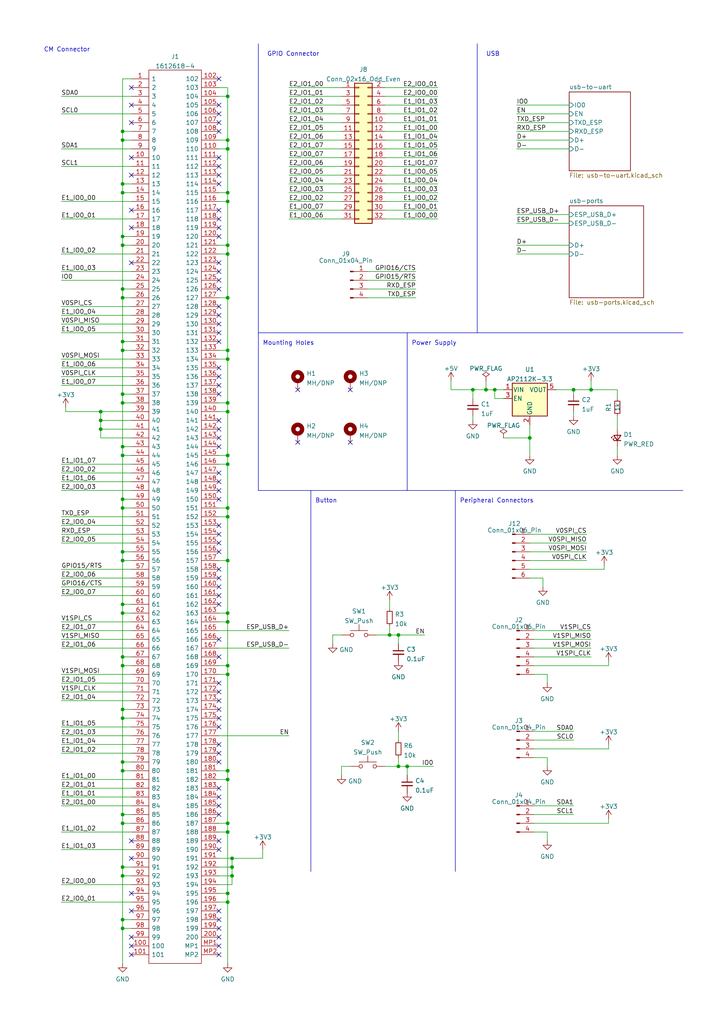
<source format=kicad_sch>
(kicad_sch (version 20230121) (generator eeschema)
  (paper "A4" portrait)
  (title_block (title "ESP-CM3-Programmer") (date "2024-03-21") (rev "REV.02") (company "OPEN THINGS") (comment 1 "Mirko Häberlin"))
  (junction (at 35.56 83.82))
  (junction (at 66.04 241.3))
  (junction (at 66.04 104.14))
  (junction (at 66.04 177.8))
  (junction (at 66.04 195.58))
  (junction (at 35.56 223.52))
  (junction (at 35.56 116.84))
  (junction (at 35.56 193.04))
  (junction (at 66.04 55.88))
  (junction (at 66.04 147.32))
  (junction (at 35.56 86.36))
  (junction (at 66.04 43.18))
  (junction (at 35.56 238.76))
  (junction (at 113.03 184.15))
  (junction (at 67.31 248.92))
  (junction (at 166.37 113.03))
  (junction (at 67.31 251.46))
  (junction (at 115.57 222.25))
  (junction (at 35.56 71.12))
  (junction (at 35.56 99.06))
  (junction (at 35.56 162.56))
  (junction (at 66.04 238.76))
  (junction (at 66.04 226.06))
  (junction (at 66.04 132.08))
  (junction (at 66.04 58.42))
  (junction (at 35.56 147.32))
  (junction (at 66.04 193.04))
  (junction (at 140.97 113.03))
  (junction (at 66.04 116.84))
  (junction (at 35.56 236.22))
  (junction (at 35.56 254))
  (junction (at 29.21 121.92))
  (junction (at 66.04 261.62))
  (junction (at 66.04 162.56))
  (junction (at 35.56 129.54))
  (junction (at 35.56 55.88))
  (junction (at 35.56 40.64))
  (junction (at 35.56 177.8))
  (junction (at 66.04 180.34))
  (junction (at 66.04 134.62))
  (junction (at 35.56 68.58))
  (junction (at 66.04 119.38))
  (junction (at 66.04 27.94))
  (junction (at 66.04 86.36))
  (junction (at 153.67 127))
  (junction (at 35.56 160.02))
  (junction (at 66.04 259.08))
  (junction (at 66.04 71.12))
  (junction (at 66.04 149.86))
  (junction (at 35.56 205.74))
  (junction (at 35.56 144.78))
  (junction (at 35.56 38.1))
  (junction (at 29.21 124.46))
  (junction (at 35.56 266.7))
  (junction (at 143.51 113.03))
  (junction (at 35.56 251.46))
  (junction (at 35.56 53.34))
  (junction (at 171.45 113.03))
  (junction (at 35.56 208.28))
  (junction (at 66.04 101.6))
  (junction (at 35.56 175.26))
  (junction (at 66.04 40.64))
  (junction (at 35.56 101.6))
  (junction (at 115.57 184.15))
  (junction (at 35.56 114.3))
  (junction (at 118.11 222.25))
  (junction (at 35.56 190.5))
  (junction (at 137.16 113.03))
  (junction (at 66.04 223.52))
  (junction (at 35.56 269.24))
  (junction (at 67.31 254))
  (junction (at 66.04 73.66))
  (junction (at 35.56 220.98))
  (junction (at 35.56 132.08))
  (junction (at 29.21 119.38))
  (no_connect (at 101.6 128.27))
  (no_connect (at 63.5 246.38))
  (no_connect (at 63.5 243.84))
  (no_connect (at 38.1 248.92))
  (no_connect (at 38.1 243.84))
  (no_connect (at 63.5 236.22))
  (no_connect (at 63.5 233.68))
  (no_connect (at 63.5 231.14))
  (no_connect (at 63.5 228.6))
  (no_connect (at 63.5 276.86))
  (no_connect (at 63.5 274.32))
  (no_connect (at 63.5 220.98))
  (no_connect (at 63.5 218.44))
  (no_connect (at 101.6 113.03))
  (no_connect (at 63.5 205.74))
  (no_connect (at 63.5 203.2))
  (no_connect (at 63.5 200.66))
  (no_connect (at 63.5 198.12))
  (no_connect (at 63.5 190.5))
  (no_connect (at 63.5 185.42))
  (no_connect (at 63.5 81.28))
  (no_connect (at 63.5 78.74))
  (no_connect (at 63.5 76.2))
  (no_connect (at 63.5 129.54))
  (no_connect (at 63.5 127))
  (no_connect (at 63.5 124.46))
  (no_connect (at 63.5 121.92))
  (no_connect (at 63.5 144.78))
  (no_connect (at 63.5 142.24))
  (no_connect (at 63.5 139.7))
  (no_connect (at 63.5 137.16))
  (no_connect (at 63.5 99.06))
  (no_connect (at 63.5 114.3))
  (no_connect (at 63.5 111.76))
  (no_connect (at 63.5 109.22))
  (no_connect (at 63.5 106.68))
  (no_connect (at 63.5 96.52))
  (no_connect (at 63.5 93.98))
  (no_connect (at 63.5 91.44))
  (no_connect (at 63.5 88.9))
  (no_connect (at 63.5 53.34))
  (no_connect (at 63.5 50.8))
  (no_connect (at 63.5 48.26))
  (no_connect (at 63.5 45.72))
  (no_connect (at 38.1 66.04))
  (no_connect (at 38.1 60.96))
  (no_connect (at 38.1 50.8))
  (no_connect (at 38.1 45.72))
  (no_connect (at 38.1 35.56))
  (no_connect (at 38.1 30.48))
  (no_connect (at 38.1 25.4))
  (no_connect (at 63.5 83.82))
  (no_connect (at 63.5 68.58))
  (no_connect (at 63.5 66.04))
  (no_connect (at 63.5 63.5))
  (no_connect (at 63.5 60.96))
  (no_connect (at 63.5 22.86))
  (no_connect (at 63.5 30.48))
  (no_connect (at 63.5 33.02))
  (no_connect (at 63.5 35.56))
  (no_connect (at 63.5 38.1))
  (no_connect (at 63.5 160.02))
  (no_connect (at 63.5 157.48))
  (no_connect (at 63.5 152.4))
  (no_connect (at 63.5 154.94))
  (no_connect (at 63.5 175.26))
  (no_connect (at 63.5 172.72))
  (no_connect (at 63.5 170.18))
  (no_connect (at 63.5 167.64))
  (no_connect (at 63.5 165.1))
  (no_connect (at 63.5 208.28))
  (no_connect (at 63.5 215.9))
  (no_connect (at 63.5 210.82))
  (no_connect (at 38.1 76.2))
  (no_connect (at 86.36 128.27))
  (no_connect (at 86.36 113.03))
  (no_connect (at 38.1 264.16))
  (no_connect (at 38.1 259.08))
  (no_connect (at 38.1 276.86))
  (no_connect (at 38.1 274.32))
  (no_connect (at 38.1 271.78))
  (no_connect (at 63.5 264.16))
  (no_connect (at 63.5 271.78))
  (no_connect (at 63.5 269.24))
  (no_connect (at 63.5 266.7))
  (wire (pts (xy 63.5 241.3) (xy 66.04 241.3)))
  (wire (pts (xy 63.5 251.46) (xy 67.31 251.46)))
  (wire (pts (xy 29.21 121.92) (xy 29.21 119.38)))
  (wire (pts (xy 99.06 27.94) (xy 83.82 27.94)))
  (wire (pts (xy 35.56 71.12) (xy 38.1 71.12)))
  (wire (pts (xy 66.04 147.32) (xy 66.04 134.62)))
  (wire (pts (xy 127 25.4) (xy 111.76 25.4)))
  (wire (pts (xy 63.5 119.38) (xy 66.04 119.38)))
  (wire (pts (xy 66.04 104.14) (xy 66.04 101.6)))
  (wire (pts (xy 99.06 55.88) (xy 83.82 55.88)))
  (wire (pts (xy 149.86 38.1) (xy 165.1 38.1)))
  (wire (pts (xy 166.37 119.38) (xy 166.37 120.65)))
  (wire (pts (xy 17.78 198.12) (xy 38.1 198.12)))
  (wire (pts (xy 66.04 134.62) (xy 66.04 132.08)))
  (wire (pts (xy 63.5 180.34) (xy 66.04 180.34)))
  (wire (pts (xy 38.1 101.6) (xy 35.56 101.6)))
  (wire (pts (xy 35.56 251.46) (xy 35.56 254)))
  (wire (pts (xy 99.06 30.48) (xy 83.82 30.48)))
  (wire (pts (xy 96.52 184.15) (xy 96.52 186.69)))
  (wire (pts (xy 17.78 167.64) (xy 38.1 167.64)))
  (wire (pts (xy 35.56 53.34) (xy 38.1 53.34)))
  (wire (pts (xy 66.04 27.94) (xy 66.04 25.4)))
  (wire (pts (xy 63.5 193.04) (xy 66.04 193.04)))
  (wire (pts (xy 17.78 152.4) (xy 38.1 152.4)))
  (wire (pts (xy 153.67 127) (xy 153.67 132.08)))
  (wire (pts (xy 35.56 55.88) (xy 35.56 53.34)))
  (wire (pts (xy 99.06 53.34) (xy 83.82 53.34)))
  (wire (pts (xy 63.5 195.58) (xy 66.04 195.58)))
  (wire (pts (xy 66.04 101.6) (xy 66.04 86.36)))
  (wire (pts (xy 35.56 160.02) (xy 38.1 160.02)))
  (wire (pts (xy 17.78 157.48) (xy 38.1 157.48)))
  (wire (pts (xy 17.78 213.36) (xy 38.1 213.36)))
  (wire (pts (xy 140.97 113.03) (xy 143.51 113.03)))
  (wire (pts (xy 17.78 180.34) (xy 38.1 180.34)))
  (wire (pts (xy 66.04 226.06) (xy 66.04 223.52)))
  (polyline (pts (xy 90.17 96.52) (xy 118.11 96.52)))
  (wire (pts (xy 17.78 33.02) (xy 38.1 33.02)))
  (wire (pts (xy 149.86 62.23) (xy 165.1 62.23)))
  (wire (pts (xy 29.21 121.92) (xy 38.1 121.92)))
  (wire (pts (xy 66.04 241.3) (xy 66.04 238.76)))
  (wire (pts (xy 115.57 184.15) (xy 123.19 184.15)))
  (wire (pts (xy 35.56 147.32) (xy 38.1 147.32)))
  (wire (pts (xy 149.86 40.64) (xy 165.1 40.64)))
  (wire (pts (xy 99.06 25.4) (xy 83.82 25.4)))
  (polyline (pts (xy 74.93 142.24) (xy 90.17 142.24)))
  (wire (pts (xy 63.5 43.18) (xy 66.04 43.18)))
  (wire (pts (xy 153.67 154.94) (xy 170.18 154.94)))
  (wire (pts (xy 17.78 228.6) (xy 38.1 228.6)))
  (wire (pts (xy 161.29 113.03) (xy 166.37 113.03)))
  (wire (pts (xy 17.78 241.3) (xy 38.1 241.3)))
  (wire (pts (xy 66.04 259.08) (xy 66.04 241.3)))
  (wire (pts (xy 35.56 220.98) (xy 38.1 220.98)))
  (wire (pts (xy 66.04 162.56) (xy 66.04 149.86)))
  (wire (pts (xy 154.94 185.42) (xy 171.45 185.42)))
  (wire (pts (xy 149.86 35.56) (xy 165.1 35.56)))
  (wire (pts (xy 17.78 73.66) (xy 38.1 73.66)))
  (wire (pts (xy 137.16 113.03) (xy 140.97 113.03)))
  (wire (pts (xy 35.56 193.04) (xy 35.56 205.74)))
  (wire (pts (xy 66.04 279.4) (xy 66.04 261.62)))
  (wire (pts (xy 99.06 40.64) (xy 83.82 40.64)))
  (wire (pts (xy 17.78 187.96) (xy 38.1 187.96)))
  (wire (pts (xy 99.06 222.25) (xy 99.06 224.79)))
  (wire (pts (xy 63.5 226.06) (xy 66.04 226.06)))
  (wire (pts (xy 17.78 134.62) (xy 38.1 134.62)))
  (polyline (pts (xy 138.43 12.7) (xy 138.43 96.52)))
  (wire (pts (xy 63.5 58.42) (xy 66.04 58.42)))
  (wire (pts (xy 63.5 259.08) (xy 66.04 259.08)))
  (wire (pts (xy 35.56 40.64) (xy 35.56 38.1)))
  (wire (pts (xy 154.94 233.68) (xy 166.37 233.68)))
  (wire (pts (xy 149.86 71.12) (xy 165.1 71.12)))
  (wire (pts (xy 146.05 115.57) (xy 143.51 115.57)))
  (wire (pts (xy 35.56 266.7) (xy 38.1 266.7)))
  (wire (pts (xy 17.78 104.14) (xy 38.1 104.14)))
  (wire (pts (xy 157.48 170.18) (xy 157.48 167.64)))
  (wire (pts (xy 149.86 30.48) (xy 165.1 30.48)))
  (wire (pts (xy 29.21 127) (xy 29.21 124.46)))
  (wire (pts (xy 176.53 215.9) (xy 176.53 217.17)))
  (wire (pts (xy 17.78 93.98) (xy 38.1 93.98)))
  (wire (pts (xy 63.5 147.32) (xy 66.04 147.32)))
  (wire (pts (xy 17.78 182.88) (xy 38.1 182.88)))
  (wire (pts (xy 99.06 60.96) (xy 83.82 60.96)))
  (wire (pts (xy 66.04 149.86) (xy 66.04 147.32)))
  (wire (pts (xy 35.56 220.98) (xy 35.56 223.52)))
  (wire (pts (xy 115.57 212.09) (xy 115.57 214.63)))
  (wire (pts (xy 158.75 219.71) (xy 154.94 219.71)))
  (wire (pts (xy 35.56 223.52) (xy 35.56 236.22)))
  (wire (pts (xy 63.5 256.54) (xy 67.31 256.54)))
  (wire (pts (xy 130.81 113.03) (xy 137.16 113.03)))
  (wire (pts (xy 99.06 45.72) (xy 83.82 45.72)))
  (wire (pts (xy 67.31 248.92) (xy 76.2 248.92)))
  (wire (pts (xy 17.78 200.66) (xy 38.1 200.66)))
  (wire (pts (xy 63.5 104.14) (xy 66.04 104.14)))
  (wire (pts (xy 17.78 154.94) (xy 38.1 154.94)))
  (wire (pts (xy 17.78 256.54) (xy 38.1 256.54)))
  (wire (pts (xy 154.94 236.22) (xy 166.37 236.22)))
  (polyline (pts (xy 74.93 96.52) (xy 90.17 96.52)))
  (polyline (pts (xy 198.12 96.52) (xy 118.11 96.52)))
  (wire (pts (xy 99.06 48.26) (xy 83.82 48.26)))
  (wire (pts (xy 35.56 83.82) (xy 35.56 71.12)))
  (wire (pts (xy 17.78 149.86) (xy 38.1 149.86)))
  (wire (pts (xy 158.75 198.12) (xy 158.75 195.58)))
  (wire (pts (xy 113.03 184.15) (xy 115.57 184.15)))
  (wire (pts (xy 66.04 55.88) (xy 66.04 43.18)))
  (wire (pts (xy 17.78 81.28) (xy 38.1 81.28)))
  (wire (pts (xy 140.97 110.49) (xy 140.97 113.03)))
  (wire (pts (xy 118.11 222.25) (xy 125.73 222.25)))
  (wire (pts (xy 63.5 182.88) (xy 83.82 182.88)))
  (wire (pts (xy 171.45 113.03) (xy 166.37 113.03)))
  (wire (pts (xy 67.31 256.54) (xy 67.31 254)))
  (wire (pts (xy 99.06 58.42) (xy 83.82 58.42)))
  (wire (pts (xy 35.56 208.28) (xy 35.56 220.98)))
  (wire (pts (xy 35.56 86.36) (xy 35.56 83.82)))
  (wire (pts (xy 29.21 124.46) (xy 38.1 124.46)))
  (polyline (pts (xy 90.17 142.24) (xy 118.11 142.24)))
  (wire (pts (xy 157.48 167.64) (xy 153.67 167.64)))
  (wire (pts (xy 17.78 210.82) (xy 38.1 210.82)))
  (wire (pts (xy 113.03 173.99) (xy 113.03 176.53)))
  (wire (pts (xy 17.78 195.58) (xy 38.1 195.58)))
  (wire (pts (xy 66.04 261.62) (xy 66.04 259.08)))
  (wire (pts (xy 17.78 170.18) (xy 38.1 170.18)))
  (polyline (pts (xy 74.93 142.24) (xy 74.93 96.52)))
  (wire (pts (xy 63.5 223.52) (xy 66.04 223.52)))
  (wire (pts (xy 149.86 33.02) (xy 165.1 33.02)))
  (wire (pts (xy 63.5 116.84) (xy 66.04 116.84)))
  (wire (pts (xy 66.04 116.84) (xy 66.04 104.14)))
  (wire (pts (xy 35.56 175.26) (xy 35.56 177.8)))
  (wire (pts (xy 35.56 86.36) (xy 38.1 86.36)))
  (wire (pts (xy 17.78 91.44) (xy 38.1 91.44)))
  (wire (pts (xy 158.75 195.58) (xy 154.94 195.58)))
  (wire (pts (xy 137.16 120.65) (xy 137.16 121.92)))
  (wire (pts (xy 17.78 218.44) (xy 38.1 218.44)))
  (wire (pts (xy 127 33.02) (xy 111.76 33.02)))
  (wire (pts (xy 66.04 40.64) (xy 66.04 27.94)))
  (wire (pts (xy 35.56 114.3) (xy 35.56 116.84)))
  (wire (pts (xy 17.78 27.94) (xy 38.1 27.94)))
  (wire (pts (xy 35.56 116.84) (xy 38.1 116.84)))
  (wire (pts (xy 35.56 177.8) (xy 38.1 177.8)))
  (wire (pts (xy 63.5 254) (xy 67.31 254)))
  (wire (pts (xy 17.78 96.52) (xy 38.1 96.52)))
  (wire (pts (xy 63.5 25.4) (xy 66.04 25.4)))
  (wire (pts (xy 66.04 177.8) (xy 66.04 162.56)))
  (wire (pts (xy 176.53 237.49) (xy 176.53 238.76)))
  (wire (pts (xy 35.56 144.78) (xy 38.1 144.78)))
  (wire (pts (xy 106.68 81.28) (xy 120.65 81.28)))
  (wire (pts (xy 176.53 191.77) (xy 176.53 193.04)))
  (wire (pts (xy 35.56 132.08) (xy 35.56 144.78)))
  (wire (pts (xy 63.5 73.66) (xy 66.04 73.66)))
  (wire (pts (xy 63.5 71.12) (xy 66.04 71.12)))
  (wire (pts (xy 115.57 222.25) (xy 118.11 222.25)))
  (wire (pts (xy 29.21 124.46) (xy 29.21 121.92)))
  (wire (pts (xy 137.16 113.03) (xy 137.16 115.57)))
  (wire (pts (xy 35.56 238.76) (xy 35.56 251.46)))
  (wire (pts (xy 115.57 184.15) (xy 115.57 186.69)))
  (wire (pts (xy 17.78 111.76) (xy 38.1 111.76)))
  (wire (pts (xy 35.56 236.22) (xy 38.1 236.22)))
  (wire (pts (xy 63.5 149.86) (xy 66.04 149.86)))
  (wire (pts (xy 17.78 142.24) (xy 38.1 142.24)))
  (wire (pts (xy 99.06 63.5) (xy 83.82 63.5)))
  (wire (pts (xy 63.5 86.36) (xy 66.04 86.36)))
  (wire (pts (xy 17.78 109.22) (xy 38.1 109.22)))
  (wire (pts (xy 149.86 73.66) (xy 165.1 73.66)))
  (wire (pts (xy 179.07 113.03) (xy 179.07 115.57)))
  (wire (pts (xy 66.04 86.36) (xy 66.04 73.66)))
  (wire (pts (xy 127 50.8) (xy 111.76 50.8)))
  (wire (pts (xy 17.78 58.42) (xy 38.1 58.42)))
  (polyline (pts (xy 74.93 12.7) (xy 74.93 96.52)))
  (wire (pts (xy 35.56 129.54) (xy 35.56 132.08)))
  (wire (pts (xy 67.31 251.46) (xy 67.31 248.92)))
  (wire (pts (xy 35.56 177.8) (xy 35.56 190.5)))
  (wire (pts (xy 127 40.64) (xy 111.76 40.64)))
  (wire (pts (xy 176.53 193.04) (xy 154.94 193.04)))
  (wire (pts (xy 35.56 99.06) (xy 35.56 86.36)))
  (wire (pts (xy 66.04 180.34) (xy 66.04 177.8)))
  (wire (pts (xy 17.78 226.06) (xy 38.1 226.06)))
  (wire (pts (xy 153.67 160.02) (xy 170.18 160.02)))
  (wire (pts (xy 35.56 99.06) (xy 38.1 99.06)))
  (wire (pts (xy 149.86 64.77) (xy 165.1 64.77)))
  (wire (pts (xy 35.56 40.64) (xy 38.1 40.64)))
  (wire (pts (xy 66.04 58.42) (xy 66.04 55.88)))
  (wire (pts (xy 127 53.34) (xy 111.76 53.34)))
  (wire (pts (xy 171.45 113.03) (xy 179.07 113.03)))
  (wire (pts (xy 29.21 119.38) (xy 19.05 119.38)))
  (wire (pts (xy 17.78 215.9) (xy 38.1 215.9)))
  (wire (pts (xy 17.78 172.72) (xy 38.1 172.72)))
  (wire (pts (xy 149.86 43.18) (xy 165.1 43.18)))
  (wire (pts (xy 127 60.96) (xy 111.76 60.96)))
  (wire (pts (xy 35.56 147.32) (xy 35.56 160.02)))
  (wire (pts (xy 153.67 157.48) (xy 170.18 157.48)))
  (wire (pts (xy 63.5 177.8) (xy 66.04 177.8)))
  (wire (pts (xy 99.06 35.56) (xy 83.82 35.56)))
  (wire (pts (xy 66.04 119.38) (xy 66.04 116.84)))
  (wire (pts (xy 127 55.88) (xy 111.76 55.88)))
  (wire (pts (xy 17.78 185.42) (xy 38.1 185.42)))
  (wire (pts (xy 111.76 222.25) (xy 115.57 222.25)))
  (wire (pts (xy 154.94 182.88) (xy 171.45 182.88)))
  (wire (pts (xy 101.6 222.25) (xy 99.06 222.25)))
  (wire (pts (xy 35.56 162.56) (xy 38.1 162.56)))
  (wire (pts (xy 35.56 205.74) (xy 35.56 208.28)))
  (polyline (pts (xy 132.08 142.24) (xy 132.08 252.73)))
  (wire (pts (xy 158.75 222.25) (xy 158.75 219.71)))
  (wire (pts (xy 35.56 205.74) (xy 38.1 205.74)))
  (wire (pts (xy 35.56 68.58) (xy 38.1 68.58)))
  (wire (pts (xy 17.78 88.9) (xy 38.1 88.9)))
  (wire (pts (xy 35.56 238.76) (xy 38.1 238.76)))
  (wire (pts (xy 35.56 223.52) (xy 38.1 223.52)))
  (wire (pts (xy 66.04 43.18) (xy 66.04 40.64)))
  (wire (pts (xy 17.78 78.74) (xy 38.1 78.74)))
  (wire (pts (xy 63.5 187.96) (xy 83.82 187.96)))
  (wire (pts (xy 176.53 217.17) (xy 154.94 217.17)))
  (wire (pts (xy 63.5 55.88) (xy 66.04 55.88)))
  (wire (pts (xy 35.56 269.24) (xy 35.56 279.4)))
  (wire (pts (xy 35.56 101.6) (xy 35.56 114.3)))
  (wire (pts (xy 35.56 175.26) (xy 38.1 175.26)))
  (wire (pts (xy 29.21 119.38) (xy 38.1 119.38)))
  (wire (pts (xy 35.56 254) (xy 38.1 254)))
  (wire (pts (xy 63.5 132.08) (xy 66.04 132.08)))
  (wire (pts (xy 63.5 213.36) (xy 83.82 213.36)))
  (wire (pts (xy 127 63.5) (xy 111.76 63.5)))
  (wire (pts (xy 35.56 132.08) (xy 38.1 132.08)))
  (wire (pts (xy 29.21 127) (xy 38.1 127)))
  (wire (pts (xy 35.56 193.04) (xy 38.1 193.04)))
  (wire (pts (xy 175.26 165.1) (xy 153.67 165.1)))
  (wire (pts (xy 17.78 106.68) (xy 38.1 106.68)))
  (wire (pts (xy 17.78 48.26) (xy 38.1 48.26)))
  (wire (pts (xy 127 58.42) (xy 111.76 58.42)))
  (wire (pts (xy 63.5 261.62) (xy 66.04 261.62)))
  (wire (pts (xy 106.68 78.74) (xy 120.65 78.74)))
  (wire (pts (xy 35.56 99.06) (xy 35.56 101.6)))
  (wire (pts (xy 146.05 127) (xy 153.67 127)))
  (wire (pts (xy 35.56 190.5) (xy 38.1 190.5)))
  (wire (pts (xy 66.04 223.52) (xy 66.04 195.58)))
  (wire (pts (xy 127 30.48) (xy 111.76 30.48)))
  (wire (pts (xy 171.45 110.49) (xy 171.45 113.03)))
  (wire (pts (xy 106.68 86.36) (xy 120.65 86.36)))
  (wire (pts (xy 127 43.18) (xy 111.76 43.18)))
  (wire (pts (xy 17.78 165.1) (xy 38.1 165.1)))
  (wire (pts (xy 63.5 162.56) (xy 66.04 162.56)))
  (wire (pts (xy 76.2 248.92) (xy 76.2 246.38)))
  (wire (pts (xy 17.78 63.5) (xy 38.1 63.5)))
  (wire (pts (xy 35.56 208.28) (xy 38.1 208.28)))
  (wire (pts (xy 17.78 231.14) (xy 38.1 231.14)))
  (wire (pts (xy 99.06 33.02) (xy 83.82 33.02)))
  (wire (pts (xy 118.11 222.25) (xy 118.11 224.79)))
  (wire (pts (xy 35.56 144.78) (xy 35.56 147.32)))
  (wire (pts (xy 106.68 83.82) (xy 120.65 83.82)))
  (wire (pts (xy 143.51 113.03) (xy 146.05 113.03)))
  (wire (pts (xy 153.67 123.19) (xy 153.67 127)))
  (wire (pts (xy 35.56 160.02) (xy 35.56 162.56)))
  (wire (pts (xy 179.07 129.54) (xy 179.07 132.08)))
  (wire (pts (xy 35.56 68.58) (xy 35.56 55.88)))
  (wire (pts (xy 17.78 203.2) (xy 38.1 203.2)))
  (wire (pts (xy 63.5 27.94) (xy 66.04 27.94)))
  (wire (pts (xy 154.94 187.96) (xy 171.45 187.96)))
  (wire (pts (xy 35.56 162.56) (xy 35.56 175.26)))
  (wire (pts (xy 19.05 119.38) (xy 19.05 118.11)))
  (wire (pts (xy 176.53 238.76) (xy 154.94 238.76)))
  (wire (pts (xy 63.5 248.92) (xy 67.31 248.92)))
  (wire (pts (xy 99.06 43.18) (xy 83.82 43.18)))
  (wire (pts (xy 63.5 40.64) (xy 66.04 40.64)))
  (wire (pts (xy 99.06 38.1) (xy 83.82 38.1)))
  (wire (pts (xy 127 45.72) (xy 111.76 45.72)))
  (wire (pts (xy 166.37 113.03) (xy 166.37 114.3)))
  (wire (pts (xy 154.94 212.09) (xy 166.37 212.09)))
  (wire (pts (xy 35.56 83.82) (xy 38.1 83.82)))
  (wire (pts (xy 35.56 190.5) (xy 35.56 193.04)))
  (wire (pts (xy 35.56 251.46) (xy 38.1 251.46)))
  (wire (pts (xy 66.04 132.08) (xy 66.04 119.38)))
  (wire (pts (xy 127 38.1) (xy 111.76 38.1)))
  (wire (pts (xy 66.04 195.58) (xy 66.04 193.04)))
  (wire (pts (xy 127 48.26) (xy 111.76 48.26)))
  (wire (pts (xy 153.67 162.56) (xy 170.18 162.56)))
  (wire (pts (xy 17.78 139.7) (xy 38.1 139.7)))
  (wire (pts (xy 17.78 246.38) (xy 38.1 246.38)))
  (wire (pts (xy 179.07 120.65) (xy 179.07 124.46)))
  (wire (pts (xy 17.78 43.18) (xy 38.1 43.18)))
  (wire (pts (xy 17.78 137.16) (xy 38.1 137.16)))
  (wire (pts (xy 35.56 236.22) (xy 35.56 238.76)))
  (wire (pts (xy 17.78 261.62) (xy 38.1 261.62)))
  (wire (pts (xy 66.04 73.66) (xy 66.04 71.12)))
  (wire (pts (xy 127 27.94) (xy 111.76 27.94)))
  (wire (pts (xy 35.56 114.3) (xy 38.1 114.3)))
  (wire (pts (xy 35.56 71.12) (xy 35.56 68.58)))
  (wire (pts (xy 66.04 238.76) (xy 66.04 226.06)))
  (wire (pts (xy 35.56 22.86) (xy 38.1 22.86)))
  (wire (pts (xy 17.78 233.68) (xy 38.1 233.68)))
  (wire (pts (xy 35.56 254) (xy 35.56 266.7)))
  (wire (pts (xy 127 35.56) (xy 111.76 35.56)))
  (wire (pts (xy 66.04 193.04) (xy 66.04 180.34)))
  (wire (pts (xy 99.06 184.15) (xy 96.52 184.15)))
  (wire (pts (xy 35.56 269.24) (xy 38.1 269.24)))
  (wire (pts (xy 158.75 243.84) (xy 158.75 241.3)))
  (wire (pts (xy 154.94 214.63) (xy 166.37 214.63)))
  (wire (pts (xy 109.22 184.15) (xy 113.03 184.15)))
  (polyline (pts (xy 90.17 252.73) (xy 90.17 142.24)))
  (wire (pts (xy 66.04 71.12) (xy 66.04 58.42)))
  (wire (pts (xy 115.57 219.71) (xy 115.57 222.25)))
  (wire (pts (xy 99.06 50.8) (xy 83.82 50.8)))
  (wire (pts (xy 35.56 55.88) (xy 38.1 55.88)))
  (wire (pts (xy 63.5 134.62) (xy 66.04 134.62)))
  (wire (pts (xy 63.5 238.76) (xy 66.04 238.76)))
  (wire (pts (xy 35.56 38.1) (xy 35.56 22.86)))
  (wire (pts (xy 143.51 115.57) (xy 143.51 113.03)))
  (polyline (pts (xy 118.11 142.24) (xy 198.12 142.24)))
  (wire (pts (xy 35.56 53.34) (xy 35.56 40.64)))
  (wire (pts (xy 175.26 163.83) (xy 175.26 165.1)))
  (wire (pts (xy 154.94 190.5) (xy 171.45 190.5)))
  (wire (pts (xy 158.75 241.3) (xy 154.94 241.3)))
  (wire (pts (xy 67.31 254) (xy 67.31 251.46)))
  (wire (pts (xy 35.56 129.54) (xy 38.1 129.54)))
  (wire (pts (xy 35.56 266.7) (xy 35.56 269.24)))
  (wire (pts (xy 35.56 116.84) (xy 35.56 129.54)))
  (wire (pts (xy 130.81 110.49) (xy 130.81 113.03)))
  (polyline (pts (xy 118.11 96.52) (xy 118.11 142.24)))
  (wire (pts (xy 63.5 101.6) (xy 66.04 101.6)))
  (wire (pts (xy 35.56 38.1) (xy 38.1 38.1)))
  (wire (pts (xy 113.03 181.61) (xy 113.03 184.15)))
  (text "Mounting Holes" (at 76.2 100.33 0) (effects (font (size 1.27 1.27)) (justify left bottom)))
  (text "CM Connector" (at 12.7 15.24 0) (effects (font (size 1.27 1.27)) (justify left bottom)))
  (text "USB" (at 140.97 16.51 0) (effects (font (size 1.27 1.27)) (justify left bottom)))
  (text "GPIO Connector" (at 77.47 16.51 0) (effects (font (size 1.27 1.27)) (justify left bottom)))
  (text "Peripheral Connectors" (at 133.35 146.05 0) (effects (font (size 1.27 1.27)) (justify left bottom)))
  (text "Button" (at 91.44 146.05 0) (effects (font (size 1.27 1.27)) (justify left bottom)))
  (text "Power Supply" (at 119.38 100.33 0) (effects (font (size 1.27 1.27)) (justify left bottom)))
  (label "E2_IO1_02" (at 17.78 218.44 0))
  (label "ESP_USB_D+" (at 83.82 182.88 180))
  (label "V1SPI_MOSI" (at 171.45 187.96 180))
  (label "E2_IO0_00" (at 127 27.94 180))
  (label "E2_IO1_00" (at 17.78 233.68 0))
  (label "E2_IO0_01" (at 127 25.4 180))
  (label "E1_IO1_03" (at 17.78 246.38 0))
  (label "E1_IO0_00" (at 127 63.5 180))
  (label "E1_IO1_03" (at 127 30.48 180))
  (label "SCL0" (at 17.78 33.02 0))
  (label "E1_IO0_02" (at 17.78 73.66 0))
  (label "E1_IO0_02" (at 127 58.42 180))
  (label "E1_IO1_01" (at 127 35.56 180))
  (label "V0SPI_MOSI" (at 170.18 160.02 180))
  (label "E2_IO1_04" (at 83.82 35.56 0))
  (label "E2_IO1_02" (at 83.82 30.48 0))
  (label "E2_IO0_05" (at 83.82 50.8 0))
  (label "E1_IO0_06" (at 83.82 63.5 0))
  (label "V1SPI_CS" (at 171.45 182.88 180))
  (label "E1_IO1_00" (at 127 38.1 180))
  (label "GPIO16{slash}CTS" (at 17.78 170.18 0))
  (label "TXD_ESP" (at 120.65 86.36 180))
  (label "E2_IO0_00" (at 17.78 256.54 0))
  (label "E1_IO1_02" (at 17.78 241.3 0))
  (label "V1SPI_CLK" (at 171.45 190.5 180))
  (label "E1_IO0_07" (at 83.82 60.96 0))
  (label "E1_IO0_00" (at 17.78 58.42 0))
  (label "ESP_USB_D-" (at 149.86 64.77 0))
  (label "E2_IO0_03" (at 83.82 55.88 0))
  (label "EN" (at 149.86 33.02 0))
  (label "E2_IO1_07" (at 17.78 182.88 0))
  (label "SCL1" (at 166.37 236.22 180))
  (label "IO0" (at 125.73 222.25 180))
  (label "TXD_ESP" (at 17.78 149.86 0))
  (label "D-" (at 149.86 43.18 0))
  (label "D-" (at 149.86 73.66 0))
  (label "E2_IO0_04" (at 17.78 152.4 0))
  (label "E1_IO0_04" (at 127 53.34 180))
  (label "E2_IO0_01" (at 17.78 261.62 0))
  (label "SCL1" (at 17.78 48.26 0))
  (label "ESP_USB_D-" (at 83.82 187.96 180))
  (label "EN" (at 123.19 184.15 180))
  (label "E1_IO0_03" (at 127 55.88 180))
  (label "E2_IO1_05" (at 83.82 38.1 0))
  (label "E1_IO0_01" (at 17.78 63.5 0))
  (label "E1_IO0_05" (at 127 50.8 180))
  (label "RXD_ESP" (at 120.65 83.82 180))
  (label "E2_IO1_01" (at 83.82 27.94 0))
  (label "TXD_ESP" (at 149.86 35.56 0))
  (label "E2_IO1_03" (at 17.78 213.36 0))
  (label "EN" (at 83.82 213.36 180))
  (label "SDA1" (at 166.37 233.68 180))
  (label "IO0" (at 17.78 81.28 0))
  (label "V0SPI_MISO" (at 17.78 93.98 0))
  (label "E1_IO1_05" (at 127 43.18 180))
  (label "E2_IO0_07" (at 17.78 172.72 0))
  (label "E1_IO1_02" (at 127 33.02 180))
  (label "E2_IO1_06" (at 83.82 40.64 0))
  (label "E2_IO1_01" (at 17.78 228.6 0))
  (label "SDA1" (at 17.78 43.18 0))
  (label "GPIO15{slash}RTS" (at 120.65 81.28 180))
  (label "SDA0" (at 17.78 27.94 0))
  (label "E2_IO1_05" (at 17.78 198.12 0))
  (label "E2_IO0_02" (at 83.82 58.42 0))
  (label "E1_IO1_04" (at 127 40.64 180))
  (label "E2_IO1_06" (at 17.78 187.96 0))
  (label "V0SPI_CS" (at 17.78 88.9 0))
  (label "E1_IO1_07" (at 17.78 134.62 0))
  (label "E2_IO1_04" (at 17.78 203.2 0))
  (label "GPIO16{slash}CTS" (at 120.65 78.74 180))
  (label "D+" (at 149.86 40.64 0))
  (label "RXD_ESP" (at 149.86 38.1 0))
  (label "E2_IO1_03" (at 83.82 33.02 0))
  (label "RXD_ESP" (at 17.78 154.94 0))
  (label "E1_IO0_06" (at 17.78 106.68 0))
  (label "E2_IO0_05" (at 17.78 157.48 0))
  (label "V0SPI_MISO" (at 170.18 157.48 180))
  (label "E1_IO1_07" (at 127 48.26 180))
  (label "E2_IO0_07" (at 83.82 45.72 0))
  (label "E1_IO0_01" (at 127 60.96 180))
  (label "ESP_USB_D+" (at 149.86 62.23 0))
  (label "E1_IO0_04" (at 17.78 91.44 0))
  (label "E2_IO0_06" (at 83.82 48.26 0))
  (label "E2_IO0_06" (at 17.78 167.64 0))
  (label "E2_IO1_00" (at 83.82 25.4 0))
  (label "V0SPI_CLK" (at 17.78 109.22 0))
  (label "E1_IO0_07" (at 17.78 111.76 0))
  (label "D+" (at 149.86 71.12 0))
  (label "E2_IO0_03" (at 17.78 142.24 0))
  (label "E1_IO0_05" (at 17.78 96.52 0))
  (label "V1SPI_MISO" (at 171.45 185.42 180))
  (label "E2_IO0_04" (at 83.82 53.34 0))
  (label "GPIO15{slash}RTS" (at 17.78 165.1 0))
  (label "E1_IO1_06" (at 17.78 139.7 0))
  (label "E2_IO0_02" (at 17.78 137.16 0))
  (label "V1SPI_MOSI" (at 17.78 195.58 0))
  (label "E1_IO1_01" (at 17.78 231.14 0))
  (label "V1SPI_MISO" (at 17.78 185.42 0))
  (label "E2_IO1_07" (at 83.82 43.18 0))
  (label "V0SPI_CLK" (at 170.18 162.56 180))
  (label "V1SPI_CS" (at 17.78 180.34 0))
  (label "E1_IO1_00" (at 17.78 226.06 0))
  (label "V0SPI_CS" (at 170.18 154.94 180))
  (label "E1_IO0_03" (at 17.78 78.74 0))
  (label "IO0" (at 149.86 30.48 0))
  (label "SDA0" (at 166.37 212.09 180))
  (label "E1_IO1_05" (at 17.78 210.82 0))
  (label "E1_IO1_06" (at 127 45.72 180))
  (label "SCL0" (at 166.37 214.63 180))
  (label "E1_IO1_04" (at 17.78 215.9 0))
  (label "V1SPI_CLK" (at 17.78 200.66 0))
  (label "V0SPI_MOSI" (at 17.78 104.14 0))
  (symbol (lib_id "power:+3V3") (at 176.53 215.9 0) (unit 1)
    (property "Reference" "#PWR0113" (effects hide))
    (property "Value" "+3V3" (at 176.53 212.2955 0))
  )
  (symbol (lib_id "Mechanical:MountingHole_Pad") (at 86.36 110.49 0) (unit 1) (in_bom no)
    (property "Reference" "H1" (at 88.9 108.3115 0) (effects (justify left)))
    (property "Value" "MH/DNP" (at 88.9 111.0866 0) (effects (justify left)))
    (property "Footprint" "MountingHole:MountingHole_2.5mm_Pad_Via" (effects hide))
  )
  (symbol (lib_id "Connector:Conn_01x04_Pin") (at 149.86 214.63 0) (unit 1)
    (property "Reference" "J3" (at 150.495 209.0039 0))
    (property "Value" "Conn_01x04_Pin" (at 150.495 210.9249 0))
    (property "Footprint" "Connector_PinHeader_2.54mm:PinHeader_1x04_P2.54mm_Vertical" (effects hide))
  )
  (symbol (lib_id "power:+3V3") (at 115.57 212.09 0) (unit 1)
    (property "Reference" "#PWR0132" (effects hide))
    (property "Value" "+3V3" (at 115.57 208.4855 0))
  )
  (symbol (lib_id "Device:LED_Small") (at 179.07 127 90) (unit 1)
    (property "Reference" "D1" (at 180.848 126.028 90) (effects (justify right)))
    (property "Value" "PWR_RED" (at 180.848 128.8031 90) (effects (justify right)))
    (property "Footprint" "LED_SMD:LED_0603_1608Metric" (effects hide))
  )
  (symbol (lib_id "power:+3V3") (at 176.53 191.77 0) (unit 1)
    (property "Reference" "#PWR0116" (effects hide))
    (property "Value" "+3V3" (at 176.53 188.1655 0))
  )
  (symbol (lib_id "power:GND") (at 35.56 279.4 0) (unit 1)
    (property "Reference" "#PWR0105" (effects hide))
    (property "Value" "GND" (at 35.56 283.9625 0))
  )
  (symbol (lib_id "Connector:Conn_01x04_Pin") (at 149.86 236.22 0) (unit 1)
    (property "Reference" "J4" (at 150.495 230.5939 0))
    (property "Value" "Conn_01x04_Pin" (at 150.495 232.5149 0))
    (property "Footprint" "Connector_PinHeader_2.54mm:PinHeader_1x04_P2.54mm_Vertical" (effects hide))
  )
  (symbol (lib_id "Mechanical:MountingHole_Pad") (at 86.36 125.73 0) (unit 1) (in_bom no)
    (property "Reference" "H2" (at 88.9 123.5515 0) (effects (justify left)))
    (property "Value" "MH/DNP" (at 88.9 126.3266 0) (effects (justify left)))
    (property "Footprint" "MountingHole:MountingHole_2.5mm_Pad_Via" (effects hide))
  )
  (symbol (lib_id "power:PWR_FLAG") (at 140.97 110.49 0) (unit 1)
    (property "Reference" "#FLG0102" (effects hide))
    (property "Value" "PWR_FLAG" (at 140.97 106.8855 0))
  )
  (symbol (lib_id "power:GND") (at 118.11 229.87 0) (unit 1)
    (property "Reference" "#PWR0123" (effects hide))
    (property "Value" "GND" (at 118.11 234.4325 0))
  )
  (symbol (lib_id "Switch:SW_Push") (at 104.14 184.15 0) (unit 1)
    (property "Reference" "SW1" (at 104.14 177.2625 0))
    (property "Value" "SW_Push" (at 104.14 180.0376 0))
    (property "Footprint" "SKRKAEE020:SKRKAEE020" (effects hide))
  )
  (symbol (lib_id "Device:R_Small") (at 115.57 217.17 180) (unit 1)
    (property "Reference" "R6" (at 117.0686 216.2615 0) (effects (justify right)))
    (property "Value" "10k" (at 117.0686 219.0366 0) (effects (justify right)))
    (property "Footprint" "Resistor_SMD:R_0603_1608Metric" (effects hide))
  )
  (symbol (lib_id "Connector_Generic:Conn_02x16_Odd_Even") (at 104.14 43.18 0) (unit 1)
    (property "Reference" "J8" (at 105.41 20.1635 0))
    (property "Value" "Conn_02x16_Odd_Even" (at 105.41 22.9386 0))
    (property "Footprint" "Connector_PinHeader_2.54mm:PinHeader_2x16_P2.54mm_Vertical" (effects hide))
  )
  (symbol (lib_id "Device:C_Small") (at 118.11 227.33 0) (unit 1)
    (property "Reference" "C4" (at 120.4341 226.4278 0) (effects (justify left)))
    (property "Value" "0.1uF" (at 120.4341 229.2029 0) (effects (justify left)))
    (property "Footprint" "Capacitor_SMD:C_0603_1608Metric" (effects hide))
  )
  (symbol (lib_id "Connector:Conn_01x04_Pin") (at 101.6 81.28 0) (unit 1)
    (property "Reference" "J9" (at 100.33 73.66 0))
    (property "Value" "Conn_01x04_Pin" (at 100.33 75.565 0))
    (property "Footprint" "Connector_PinHeader_2.54mm:PinHeader_1x04_P2.54mm_Vertical" (effects hide))
  )
  (symbol (lib_id "Switch:SW_Push") (at 106.68 222.25 0) (unit 1)
    (property "Reference" "SW2" (at 106.68 215.3625 0))
    (property "Value" "SW_Push" (at 106.68 218.1376 0))
    (property "Footprint" "SKRKAEE020:SKRKAEE020" (effects hide))
  )
  (symbol (lib_id "power:GND") (at 166.37 120.65 0) (unit 1)
    (property "Reference" "#PWR0101" (effects hide))
    (property "Value" "GND" (at 166.37 125.2125 0))
  )
  (symbol (lib_id "Connector:Conn_01x06_Pin") (at 149.86 187.96 0) (unit 1)
    (property "Reference" "J2" (at 150.495 179.7939 0))
    (property "Value" "Conn_01x06_Pin" (at 150.495 181.7149 0))
    (property "Footprint" "Connector_PinHeader_2.54mm:PinHeader_1x06_P2.54mm_Vertical" (effects hide))
  )
  (symbol (lib_id "Device:R_Small") (at 179.07 118.11 180) (unit 1)
    (property "Reference" "R1" (at 176.53 118.11 90))
    (property "Value" "1k" (at 179.07 118.11 90))
    (property "Footprint" "Resistor_SMD:R_0603_1608Metric" (effects hide))
  )
  (symbol (lib_id "power:GND") (at 137.16 121.92 0) (unit 1)
    (property "Reference" "#PWR0106" (effects hide))
    (property "Value" "GND" (at 137.16 126.4825 0))
  )
  (symbol (lib_id "Device:C_Small") (at 115.57 189.23 0) (unit 1)
    (property "Reference" "C3" (at 117.8941 188.3278 0) (effects (justify left)))
    (property "Value" "0.1uF" (at 117.8941 191.1029 0) (effects (justify left)))
    (property "Footprint" "Capacitor_SMD:C_0603_1608Metric" (effects hide))
  )
  (symbol (lib_id "Device:C_Small") (at 166.37 116.84 0) (unit 1)
    (property "Reference" "C2" (at 168.6941 115.9378 0) (effects (justify left)))
    (property "Value" "1uF" (at 168.6941 118.7129 0) (effects (justify left)))
    (property "Footprint" "Capacitor_SMD:C_0603_1608Metric" (effects hide))
  )
  (symbol (lib_id "power:+3V3") (at 171.45 110.49 0) (unit 1)
    (property "Reference" "#PWR0109" (effects hide))
    (property "Value" "+3V3" (at 171.45 106.9881 0))
  )
  (symbol (lib_id "power:GND") (at 99.06 224.79 0) (unit 1)
    (property "Reference" "#PWR0128" (effects hide))
    (property "Value" "GND" (at 100.965 226.539 0) (effects (justify left)))
  )
  (symbol (lib_id "power:GND") (at 157.48 170.18 0) (unit 1)
    (property "Reference" "#PWR0124" (effects hide))
    (property "Value" "GND" (at 157.48 174.7425 0))
  )
  (symbol (lib_id "power:GND") (at 158.75 198.12 0) (unit 1)
    (property "Reference" "#PWR0118" (effects hide))
    (property "Value" "GND" (at 158.75 202.6825 0))
  )
  (symbol (lib_id "Connector:Conn_01x06_Pin") (at 148.59 160.02 0) (unit 1)
    (property "Reference" "J12" (at 149.225 151.8539 0))
    (property "Value" "Conn_01x06_Pin" (at 149.225 153.7749 0))
    (property "Footprint" "Connector_PinHeader_2.54mm:PinHeader_1x06_P2.54mm_Vertical" (effects hide))
  )
  (symbol (lib_id "power:+3V3") (at 76.2 246.38 0) (unit 1)
    (property "Reference" "#PWR0120" (effects hide))
    (property "Value" "+3V3" (at 76.2 242.7755 0))
  )
  (symbol (lib_id "Device:R_Small") (at 113.03 179.07 180) (unit 1)
    (property "Reference" "R3" (at 114.5286 178.1615 0) (effects (justify right)))
    (property "Value" "10k" (at 114.5286 180.9366 0) (effects (justify right)))
    (property "Footprint" "Resistor_SMD:R_0603_1608Metric" (effects hide))
  )
  (symbol (lib_id "power:GND") (at 96.52 186.69 0) (unit 1)
    (property "Reference" "#PWR0127" (effects hide))
    (property "Value" "GND" (at 98.425 188.439 0) (effects (justify left)))
  )
  (symbol (lib_id "power:GND") (at 179.07 132.08 0) (unit 1)
    (property "Reference" "#PWR0103" (effects hide))
    (property "Value" "GND" (at 179.07 136.6425 0))
  )
  (symbol (lib_id "Device:C_Small") (at 137.16 118.11 0) (unit 1)
    (property "Reference" "C1" (at 139.4841 117.2078 0) (effects (justify left)))
    (property "Value" "1uF" (at 139.4841 119.9829 0) (effects (justify left)))
    (property "Footprint" "Capacitor_SMD:C_0603_1608Metric" (effects hide))
  )
  (symbol (lib_id "Regulator_Linear:AP2112K-3.3") (at 153.67 115.57 0) (unit 1)
    (property "Reference" "U1" (at 153.67 107.1585 0))
    (property "Value" "AP2112K-3.3" (at 153.67 109.9336 0))
    (property "Footprint" "Package_TO_SOT_SMD:SOT-23-5" (effects hide))
    (property "Datasheet" "https://www.diodes.com/assets/Datasheets/AP2112.pdf" (effects hide))
  )
  (symbol (lib_id "power:GND") (at 158.75 222.25 0) (unit 1)
    (property "Reference" "#PWR0119" (effects hide))
    (property "Value" "GND" (at 158.75 226.8125 0))
  )
  (symbol (lib_id "power:GND") (at 153.67 132.08 0) (unit 1)
    (property "Reference" "#PWR0102" (effects hide))
    (property "Value" "GND" (at 153.67 136.6425 0))
  )
  (symbol (lib_id "power:GND") (at 115.57 191.77 0) (unit 1)
    (property "Reference" "#PWR0126" (effects hide))
    (property "Value" "GND" (at 115.57 196.3325 0))
  )
  (symbol (lib_id "power:+3V3") (at 19.05 118.11 0) (unit 1)
    (property "Reference" "#PWR0111" (effects hide))
    (property "Value" "+3V3" (at 19.05 114.5055 0))
  )
  (symbol (lib_id "1612618-4:1612618-4") (at 38.1 22.86 0) (unit 1)
    (property "Reference" "J1" (at 50.8 16.4043 0))
    (property "Value" "1612618-4" (at 50.8 19.1794 0))
    (property "Footprint" "1612618-4:16126184" (effects hide))
    (property "Datasheet" "https://www.te.com/commerce/DocumentDelivery/DDEController?Action=srchrtrv&DocNm=1612618&DocType=Customer+Drawing&DocLang=English&PartCntxt=1612618-4&DocFormat=pdf" (effects hide))
    (property "Description" "DIMM Connectors DIMMSO DDR .6MM 200D R/SM 1.8V" (effects hide))
    (property "Height" "9.82" (effects hide))
    (property "Manufacturer_Name" "TE Connectivity" (effects hide))
    (property "Manufacturer_Part_Number" "1612618-4" (effects hide))
    (property "Mouser Part Number" "571-1612618-4" (effects hide))
    (property "Mouser Price/Stock" "https://www.mouser.co.uk/ProductDetail/TE-Connectivity/1612618-4?qs=VZ9FDhhp7Sns0cx%252BBFDasQ%3D%3D" (effects hide))
    (property "Arrow Part Number" "1612618-4" (effects hide))
    (property "Arrow Price/Stock" "https://www.arrow.com/en/products/1612618-4/te-connectivity?region=europe" (effects hide))
  )
  (symbol (lib_id "power:+3V3") (at 176.53 237.49 0) (unit 1)
    (property "Reference" "#PWR0114" (effects hide))
    (property "Value" "+3V3" (at 176.53 233.8855 0))
  )
  (symbol (lib_id "power:GND") (at 158.75 243.84 0) (unit 1)
    (property "Reference" "#PWR0121" (effects hide))
    (property "Value" "GND" (at 158.75 248.4025 0))
  )
  (symbol (lib_id "power:+5V") (at 130.81 110.49 0) (unit 1)
    (property "Reference" "#PWR0112" (effects hide))
    (property "Value" "+5V" (at 130.81 106.8855 0))
  )
  (symbol (lib_id "Mechanical:MountingHole_Pad") (at 101.6 125.73 0) (unit 1) (in_bom no)
    (property "Reference" "H4" (at 104.14 123.5515 0) (effects (justify left)))
    (property "Value" "MH/DNP" (at 104.14 126.3266 0) (effects (justify left)))
    (property "Footprint" "MountingHole:MountingHole_2.5mm_Pad_Via" (effects hide))
  )
  (symbol (lib_id "power:GND") (at 66.04 279.4 0) (unit 1)
    (property "Reference" "#PWR0104" (effects hide))
    (property "Value" "GND" (at 66.04 283.9625 0))
  )
  (symbol (lib_id "power:PWR_FLAG") (at 146.05 127 0) (unit 1)
    (property "Reference" "#FLG0101" (effects hide))
    (property "Value" "PWR_FLAG" (at 146.05 123.3955 0))
  )
  (symbol (lib_id "power:+3V3") (at 113.03 173.99 0) (unit 1)
    (property "Reference" "#PWR0125" (effects hide))
    (property "Value" "+3V3" (at 113.03 170.3855 0))
  )
  (symbol (lib_id "Mechanical:MountingHole_Pad") (at 101.6 110.49 0) (unit 1) (in_bom no)
    (property "Reference" "H3" (at 104.14 108.3115 0) (effects (justify left)))
    (property "Value" "MH/DNP" (at 104.14 111.0866 0) (effects (justify left)))
    (property "Footprint" "MountingHole:MountingHole_2.5mm_Pad_Via" (effects hide))
  )
  (symbol (lib_id "power:+3V3") (at 175.26 163.83 0) (unit 1)
    (property "Reference" "#PWR0115" (effects hide))
    (property "Value" "+3V3" (at 175.26 160.2255 0))
  )
  (sheet (at 165.1 26.67) (size 17.78 22.86) (stroke (width 0.1524))
    (property "Sheetname" "usb-to-uart" (at 165.1 25.9584 0) (effects (justify left bottom)))
    (property "Sheetfile" "usb-to-uart.kicad_sch" (at 165.1 50.1146 0) (effects (justify left top)))
    (pin "IO0" input (at 165.1 30.48 180))
    (pin "EN" input (at 165.1 33.02 180))
    (pin "D+" input (at 165.1 40.64 180))
    (pin "D-" input (at 165.1 43.18 180))
    (pin "TXD_ESP" input (at 165.1 35.56 180))
    (pin "RXD_ESP" input (at 165.1 38.1 180))
  )
  (sheet (at 165.1 59.69) (size 21.59 26.67) (stroke (width 0.1524))
    (property "Sheetname" "usb-ports" (at 165.1 58.9784 0) (effects (justify left bottom)))
    (property "Sheetfile" "usb-ports.kicad_sch" (at 165.1 86.9446 0) (effects (justify left top)))
    (pin "ESP_USB_D+" input (at 165.1 62.23 180))
    (pin "ESP_USB_D-" input (at 165.1 64.77 180))
    (pin "D+" input (at 165.1 71.12 180))
    (pin "D-" input (at 165.1 73.66 180))
  )
)
</source>
